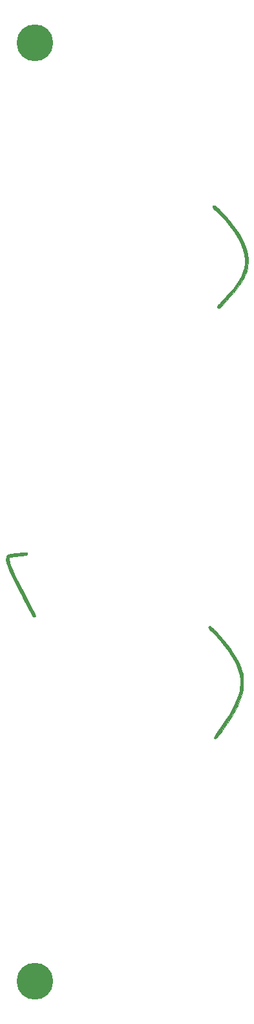
<source format=gbr>
G04 #@! TF.GenerationSoftware,KiCad,Pcbnew,(5.1.10)-1*
G04 #@! TF.CreationDate,2021-09-20T04:35:36-07:00*
G04 #@! TF.ProjectId,paradox_panel,70617261-646f-4785-9f70-616e656c2e6b,rev?*
G04 #@! TF.SameCoordinates,Original*
G04 #@! TF.FileFunction,Copper,L1,Top*
G04 #@! TF.FilePolarity,Positive*
%FSLAX46Y46*%
G04 Gerber Fmt 4.6, Leading zero omitted, Abs format (unit mm)*
G04 Created by KiCad (PCBNEW (5.1.10)-1) date 2021-09-20 04:35:36*
%MOMM*%
%LPD*%
G01*
G04 APERTURE LIST*
G04 #@! TA.AperFunction,EtchedComponent*
%ADD10C,0.010000*%
G04 #@! TD*
G04 #@! TA.AperFunction,ComponentPad*
%ADD11C,4.800000*%
G04 #@! TD*
G04 APERTURE END LIST*
D10*
G36*
X29897626Y95014434D02*
G01*
X29965044Y94983466D01*
X30095911Y94897586D01*
X30271208Y94755352D01*
X30481845Y94566016D01*
X30718733Y94338831D01*
X30972782Y94083048D01*
X31234903Y93807921D01*
X31496005Y93522700D01*
X31747000Y93236639D01*
X31978799Y92958988D01*
X32085735Y92824834D01*
X32637681Y92081341D01*
X33109792Y91362575D01*
X33502702Y90666932D01*
X33817044Y89992807D01*
X34053451Y89338592D01*
X34212556Y88702685D01*
X34294993Y88083478D01*
X34301394Y87479368D01*
X34283853Y87251769D01*
X34228731Y86864620D01*
X34140825Y86484303D01*
X34016532Y86104849D01*
X33852249Y85720289D01*
X33644373Y85324654D01*
X33389303Y84911974D01*
X33083435Y84476281D01*
X32723166Y84011606D01*
X32304893Y83511979D01*
X31825015Y82971432D01*
X31464216Y82580167D01*
X31214097Y82312617D01*
X31014754Y82100536D01*
X30859211Y81937483D01*
X30740495Y81817014D01*
X30651631Y81732684D01*
X30585643Y81678051D01*
X30535557Y81646671D01*
X30494399Y81632101D01*
X30455193Y81627896D01*
X30433194Y81627667D01*
X30333660Y81644175D01*
X30285857Y81706308D01*
X30279040Y81729558D01*
X30270408Y81792591D01*
X30281481Y81858284D01*
X30318950Y81935839D01*
X30389502Y82034459D01*
X30499826Y82163346D01*
X30656610Y82331703D01*
X30866543Y82548731D01*
X30897272Y82580167D01*
X31464400Y83177152D01*
X31975247Y83750626D01*
X32427162Y84297092D01*
X32817498Y84813052D01*
X33143603Y85295012D01*
X33402830Y85739472D01*
X33587914Y86131558D01*
X33689686Y86389821D01*
X33764886Y86608348D01*
X33817336Y86808780D01*
X33850860Y87012759D01*
X33869282Y87241924D01*
X33876425Y87517917D01*
X33876694Y87766000D01*
X33874068Y88049643D01*
X33867907Y88268607D01*
X33856247Y88442868D01*
X33837125Y88592400D01*
X33808579Y88737177D01*
X33768644Y88897173D01*
X33763688Y88915750D01*
X33651857Y89297723D01*
X33524193Y89660013D01*
X33373826Y90016658D01*
X33193883Y90381693D01*
X32977494Y90769155D01*
X32717788Y91193080D01*
X32440708Y91618334D01*
X31912493Y92368701D01*
X31373304Y93047418D01*
X30811903Y93667502D01*
X30217054Y94241968D01*
X30041035Y94398104D01*
X29868758Y94549981D01*
X29751661Y94659796D01*
X29679839Y94739637D01*
X29643389Y94801595D01*
X29632408Y94857759D01*
X29634041Y94894931D01*
X29673513Y95002253D01*
X29762419Y95042367D01*
X29897626Y95014434D01*
G37*
X29897626Y95014434D02*
X29965044Y94983466D01*
X30095911Y94897586D01*
X30271208Y94755352D01*
X30481845Y94566016D01*
X30718733Y94338831D01*
X30972782Y94083048D01*
X31234903Y93807921D01*
X31496005Y93522700D01*
X31747000Y93236639D01*
X31978799Y92958988D01*
X32085735Y92824834D01*
X32637681Y92081341D01*
X33109792Y91362575D01*
X33502702Y90666932D01*
X33817044Y89992807D01*
X34053451Y89338592D01*
X34212556Y88702685D01*
X34294993Y88083478D01*
X34301394Y87479368D01*
X34283853Y87251769D01*
X34228731Y86864620D01*
X34140825Y86484303D01*
X34016532Y86104849D01*
X33852249Y85720289D01*
X33644373Y85324654D01*
X33389303Y84911974D01*
X33083435Y84476281D01*
X32723166Y84011606D01*
X32304893Y83511979D01*
X31825015Y82971432D01*
X31464216Y82580167D01*
X31214097Y82312617D01*
X31014754Y82100536D01*
X30859211Y81937483D01*
X30740495Y81817014D01*
X30651631Y81732684D01*
X30585643Y81678051D01*
X30535557Y81646671D01*
X30494399Y81632101D01*
X30455193Y81627896D01*
X30433194Y81627667D01*
X30333660Y81644175D01*
X30285857Y81706308D01*
X30279040Y81729558D01*
X30270408Y81792591D01*
X30281481Y81858284D01*
X30318950Y81935839D01*
X30389502Y82034459D01*
X30499826Y82163346D01*
X30656610Y82331703D01*
X30866543Y82548731D01*
X30897272Y82580167D01*
X31464400Y83177152D01*
X31975247Y83750626D01*
X32427162Y84297092D01*
X32817498Y84813052D01*
X33143603Y85295012D01*
X33402830Y85739472D01*
X33587914Y86131558D01*
X33689686Y86389821D01*
X33764886Y86608348D01*
X33817336Y86808780D01*
X33850860Y87012759D01*
X33869282Y87241924D01*
X33876425Y87517917D01*
X33876694Y87766000D01*
X33874068Y88049643D01*
X33867907Y88268607D01*
X33856247Y88442868D01*
X33837125Y88592400D01*
X33808579Y88737177D01*
X33768644Y88897173D01*
X33763688Y88915750D01*
X33651857Y89297723D01*
X33524193Y89660013D01*
X33373826Y90016658D01*
X33193883Y90381693D01*
X32977494Y90769155D01*
X32717788Y91193080D01*
X32440708Y91618334D01*
X31912493Y92368701D01*
X31373304Y93047418D01*
X30811903Y93667502D01*
X30217054Y94241968D01*
X30041035Y94398104D01*
X29868758Y94549981D01*
X29751661Y94659796D01*
X29679839Y94739637D01*
X29643389Y94801595D01*
X29632408Y94857759D01*
X29634041Y94894931D01*
X29673513Y95002253D01*
X29762419Y95042367D01*
X29897626Y95014434D01*
G36*
X5275675Y49722166D02*
G01*
X5340469Y49695940D01*
X5378300Y49632902D01*
X5385948Y49612418D01*
X5405373Y49544808D01*
X5404313Y49490228D01*
X5374267Y49445912D01*
X5306736Y49409098D01*
X5193219Y49377020D01*
X5025215Y49346916D01*
X4794225Y49316021D01*
X4491746Y49281571D01*
X4307646Y49261787D01*
X4017949Y49230320D01*
X3748644Y49199841D01*
X3513775Y49172037D01*
X3327384Y49148594D01*
X3203516Y49131200D01*
X3167334Y49124865D01*
X3019167Y49093472D01*
X3028555Y48838264D01*
X3041341Y48688880D01*
X3070503Y48521238D01*
X3117870Y48331342D01*
X3185272Y48115194D01*
X3274538Y47868797D01*
X3387498Y47588155D01*
X3525980Y47269269D01*
X3691815Y46908143D01*
X3886831Y46500779D01*
X4112859Y46043181D01*
X4371727Y45531352D01*
X4665266Y44961293D01*
X4995304Y44329008D01*
X5363670Y43630500D01*
X5713327Y42972248D01*
X5908672Y42604674D01*
X6067116Y42304105D01*
X6192120Y42063118D01*
X6287146Y41874291D01*
X6355655Y41730204D01*
X6401110Y41623434D01*
X6426972Y41546559D01*
X6436702Y41492157D01*
X6433763Y41452807D01*
X6429090Y41437665D01*
X6373445Y41352858D01*
X6276956Y41326583D01*
X6261213Y41326334D01*
X6160002Y41342714D01*
X6101415Y41379250D01*
X6049694Y41466892D01*
X5963864Y41621616D01*
X5848281Y41835077D01*
X5707302Y42098932D01*
X5545282Y42404839D01*
X5366579Y42744453D01*
X5175547Y43109430D01*
X4976543Y43491429D01*
X4773924Y43882104D01*
X4572044Y44273112D01*
X4375261Y44656111D01*
X4187931Y45022756D01*
X4014409Y45364704D01*
X3859052Y45673611D01*
X3852524Y45686667D01*
X3593030Y46209227D01*
X3371112Y46664358D01*
X3184057Y47059098D01*
X3029151Y47400483D01*
X2903679Y47695552D01*
X2804929Y47951340D01*
X2730185Y48174885D01*
X2676735Y48373224D01*
X2641863Y48553394D01*
X2622857Y48722432D01*
X2617002Y48887375D01*
X2617000Y48890298D01*
X2635651Y49072945D01*
X2685281Y49244220D01*
X2756404Y49381460D01*
X2839536Y49462001D01*
X2859707Y49470226D01*
X2974704Y49495433D01*
X3158315Y49525412D01*
X3394736Y49558405D01*
X3668168Y49592655D01*
X3962808Y49626402D01*
X4262855Y49657890D01*
X4552508Y49685360D01*
X4815964Y49707054D01*
X5037423Y49721214D01*
X5155291Y49725629D01*
X5275675Y49722166D01*
G37*
X5275675Y49722166D02*
X5340469Y49695940D01*
X5378300Y49632902D01*
X5385948Y49612418D01*
X5405373Y49544808D01*
X5404313Y49490228D01*
X5374267Y49445912D01*
X5306736Y49409098D01*
X5193219Y49377020D01*
X5025215Y49346916D01*
X4794225Y49316021D01*
X4491746Y49281571D01*
X4307646Y49261787D01*
X4017949Y49230320D01*
X3748644Y49199841D01*
X3513775Y49172037D01*
X3327384Y49148594D01*
X3203516Y49131200D01*
X3167334Y49124865D01*
X3019167Y49093472D01*
X3028555Y48838264D01*
X3041341Y48688880D01*
X3070503Y48521238D01*
X3117870Y48331342D01*
X3185272Y48115194D01*
X3274538Y47868797D01*
X3387498Y47588155D01*
X3525980Y47269269D01*
X3691815Y46908143D01*
X3886831Y46500779D01*
X4112859Y46043181D01*
X4371727Y45531352D01*
X4665266Y44961293D01*
X4995304Y44329008D01*
X5363670Y43630500D01*
X5713327Y42972248D01*
X5908672Y42604674D01*
X6067116Y42304105D01*
X6192120Y42063118D01*
X6287146Y41874291D01*
X6355655Y41730204D01*
X6401110Y41623434D01*
X6426972Y41546559D01*
X6436702Y41492157D01*
X6433763Y41452807D01*
X6429090Y41437665D01*
X6373445Y41352858D01*
X6276956Y41326583D01*
X6261213Y41326334D01*
X6160002Y41342714D01*
X6101415Y41379250D01*
X6049694Y41466892D01*
X5963864Y41621616D01*
X5848281Y41835077D01*
X5707302Y42098932D01*
X5545282Y42404839D01*
X5366579Y42744453D01*
X5175547Y43109430D01*
X4976543Y43491429D01*
X4773924Y43882104D01*
X4572044Y44273112D01*
X4375261Y44656111D01*
X4187931Y45022756D01*
X4014409Y45364704D01*
X3859052Y45673611D01*
X3852524Y45686667D01*
X3593030Y46209227D01*
X3371112Y46664358D01*
X3184057Y47059098D01*
X3029151Y47400483D01*
X2903679Y47695552D01*
X2804929Y47951340D01*
X2730185Y48174885D01*
X2676735Y48373224D01*
X2641863Y48553394D01*
X2622857Y48722432D01*
X2617002Y48887375D01*
X2617000Y48890298D01*
X2635651Y49072945D01*
X2685281Y49244220D01*
X2756404Y49381460D01*
X2839536Y49462001D01*
X2859707Y49470226D01*
X2974704Y49495433D01*
X3158315Y49525412D01*
X3394736Y49558405D01*
X3668168Y49592655D01*
X3962808Y49626402D01*
X4262855Y49657890D01*
X4552508Y49685360D01*
X4815964Y49707054D01*
X5037423Y49721214D01*
X5155291Y49725629D01*
X5275675Y49722166D01*
G36*
X29358254Y40117944D02*
G01*
X29455515Y40052463D01*
X29583421Y39940319D01*
X29750156Y39775932D01*
X29963908Y39553723D01*
X29979050Y39537750D01*
X30518645Y38952970D01*
X31027785Y38370764D01*
X31500938Y37798412D01*
X31932570Y37243194D01*
X32317150Y36712393D01*
X32649145Y36213287D01*
X32923022Y35753157D01*
X33073469Y35465776D01*
X33243433Y35082975D01*
X33397369Y34668232D01*
X33524618Y34253447D01*
X33614523Y33870524D01*
X33624234Y33817205D01*
X33661240Y33522526D01*
X33682558Y33172836D01*
X33688226Y32796317D01*
X33678286Y32421150D01*
X33652778Y32075517D01*
X33621416Y31840544D01*
X33471385Y31173085D01*
X33244134Y30472600D01*
X32940061Y29739886D01*
X32559563Y28975741D01*
X32103036Y28180962D01*
X31570878Y27356348D01*
X30968664Y26509667D01*
X30736700Y26200037D01*
X30547034Y25953832D01*
X30393946Y25764741D01*
X30271718Y25626455D01*
X30174631Y25532662D01*
X30096966Y25477053D01*
X30033005Y25453318D01*
X30009534Y25451334D01*
X29914141Y25460718D01*
X29865556Y25479556D01*
X29841213Y25526868D01*
X29848493Y25596995D01*
X29891824Y25698261D01*
X29975634Y25838988D01*
X30104350Y26027501D01*
X30282400Y26272123D01*
X30299200Y26294759D01*
X30877723Y27095073D01*
X31389739Y27849866D01*
X31837496Y28563027D01*
X32223240Y29238449D01*
X32549217Y29880020D01*
X32817675Y30491631D01*
X32989625Y30953426D01*
X33119898Y31363315D01*
X33212041Y31727771D01*
X33270926Y32074292D01*
X33301424Y32430379D01*
X33308667Y32754703D01*
X33285677Y33248768D01*
X33215162Y33742500D01*
X33094803Y34239992D01*
X32922280Y34745341D01*
X32695274Y35262643D01*
X32411466Y35795992D01*
X32068536Y36349484D01*
X31664166Y36927215D01*
X31196037Y37533280D01*
X30661828Y38171776D01*
X30059221Y38846796D01*
X29551584Y39389369D01*
X29361662Y39594098D01*
X29229458Y39751525D01*
X29149827Y39871063D01*
X29117623Y39962124D01*
X29127699Y40034121D01*
X29168467Y40090200D01*
X29222916Y40131233D01*
X29283450Y40142341D01*
X29358254Y40117944D01*
G37*
X29358254Y40117944D02*
X29455515Y40052463D01*
X29583421Y39940319D01*
X29750156Y39775932D01*
X29963908Y39553723D01*
X29979050Y39537750D01*
X30518645Y38952970D01*
X31027785Y38370764D01*
X31500938Y37798412D01*
X31932570Y37243194D01*
X32317150Y36712393D01*
X32649145Y36213287D01*
X32923022Y35753157D01*
X33073469Y35465776D01*
X33243433Y35082975D01*
X33397369Y34668232D01*
X33524618Y34253447D01*
X33614523Y33870524D01*
X33624234Y33817205D01*
X33661240Y33522526D01*
X33682558Y33172836D01*
X33688226Y32796317D01*
X33678286Y32421150D01*
X33652778Y32075517D01*
X33621416Y31840544D01*
X33471385Y31173085D01*
X33244134Y30472600D01*
X32940061Y29739886D01*
X32559563Y28975741D01*
X32103036Y28180962D01*
X31570878Y27356348D01*
X30968664Y26509667D01*
X30736700Y26200037D01*
X30547034Y25953832D01*
X30393946Y25764741D01*
X30271718Y25626455D01*
X30174631Y25532662D01*
X30096966Y25477053D01*
X30033005Y25453318D01*
X30009534Y25451334D01*
X29914141Y25460718D01*
X29865556Y25479556D01*
X29841213Y25526868D01*
X29848493Y25596995D01*
X29891824Y25698261D01*
X29975634Y25838988D01*
X30104350Y26027501D01*
X30282400Y26272123D01*
X30299200Y26294759D01*
X30877723Y27095073D01*
X31389739Y27849866D01*
X31837496Y28563027D01*
X32223240Y29238449D01*
X32549217Y29880020D01*
X32817675Y30491631D01*
X32989625Y30953426D01*
X33119898Y31363315D01*
X33212041Y31727771D01*
X33270926Y32074292D01*
X33301424Y32430379D01*
X33308667Y32754703D01*
X33285677Y33248768D01*
X33215162Y33742500D01*
X33094803Y34239992D01*
X32922280Y34745341D01*
X32695274Y35262643D01*
X32411466Y35795992D01*
X32068536Y36349484D01*
X31664166Y36927215D01*
X31196037Y37533280D01*
X30661828Y38171776D01*
X30059221Y38846796D01*
X29551584Y39389369D01*
X29361662Y39594098D01*
X29229458Y39751525D01*
X29149827Y39871063D01*
X29117623Y39962124D01*
X29127699Y40034121D01*
X29168467Y40090200D01*
X29222916Y40131233D01*
X29283450Y40142341D01*
X29358254Y40117944D01*
D11*
X6350000Y-6250000D03*
X6350000Y116250000D03*
M02*

</source>
